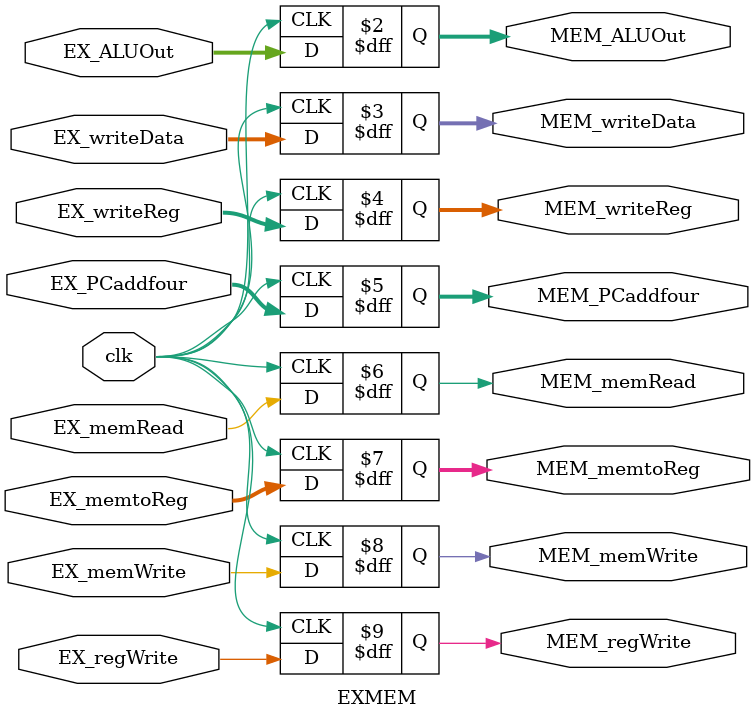
<source format=v>
module EXMEM(
    input clk,
    input [31:0] EX_ALUOut,
    input [31:0] EX_writeData,
    input [4:0] EX_writeReg,
    input [31:0] EX_PCaddfour,

    output reg [31:0] MEM_ALUOut,
    output reg [31:0] MEM_writeData,
    output reg [4:0] MEM_writeReg,
    output reg [31:0] MEM_PCaddfour,

    input EX_memRead,
    input [1:0] EX_memtoReg, 
    input EX_memWrite,
    input EX_regWrite,

    output reg MEM_memRead,
    output reg [1:0] MEM_memtoReg, 
    output reg MEM_memWrite,
    output reg MEM_regWrite
);
  
    always @(posedge clk) begin                      
        MEM_ALUOut <= EX_ALUOut;
        MEM_writeData <= EX_writeData;
        MEM_writeReg <= EX_writeReg;
        MEM_PCaddfour <= EX_PCaddfour;
        MEM_memRead <= EX_memRead;
        MEM_memtoReg <= EX_memtoReg;
        MEM_memWrite <= EX_memWrite;
        MEM_regWrite <= EX_regWrite;
    end

endmodule

</source>
